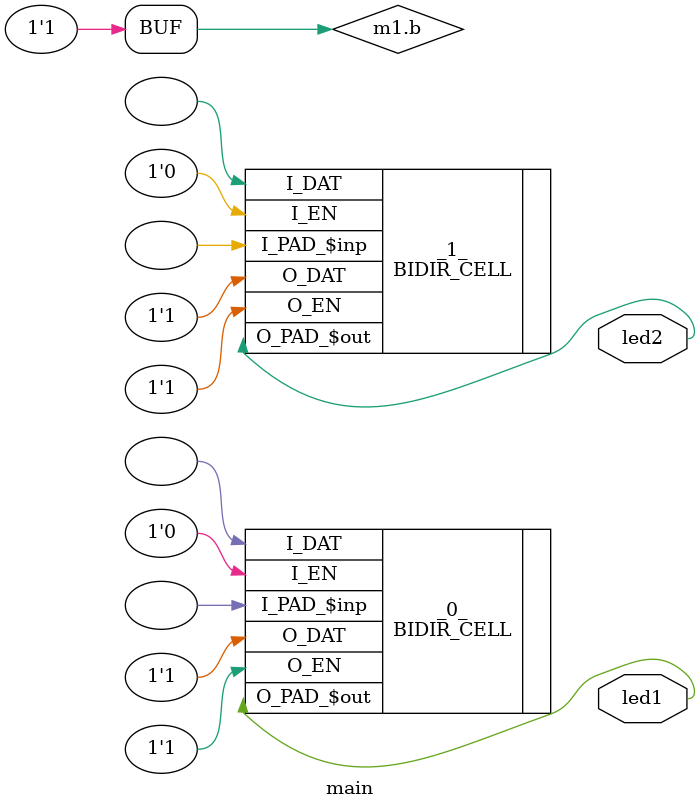
<source format=v>
/* Generated by Yosys 0.9+2406 (git sha1 ca763e6d5, gcc 12.2.0-14+deb12u1 -fPIC -Os) */

(* top =  1  *)
(* src = "/sdcard/vaman/fpga/setup/codes/blink/helloworldfpga.v:61.1-86.10" *)
module main(led1, led2);
  (* src = "/sdcard/vaman/fpga/setup/codes/blink/helloworldfpga.v:62.17-62.21" *)
  output led1;
  (* src = "/sdcard/vaman/fpga/setup/codes/blink/helloworldfpga.v:62.23-62.27" *)
  output led2;
  (* hdlname = "m1 b" *)
  (* src = "/sdcard/vaman/fpga/setup/codes/blink/helloworldfpga.v:70.13-75.6|/sdcard/vaman/fpga/setup/codes/blink/helloworldfpga.v:54.19-54.20" *)
  wire \m1.b ;
  (* module_not_derived = 32'd1 *)
  (* src = "/root/symbiflow/quicklogic-arch-defs/share/techmaps/quicklogic/pp3/techmap/cells_map.v:81.9-88.8" *)
  BIDIR_CELL #(
    .DS(1'h0),
    .ESEL(1'h1),
    .FIXHOLD(1'h0),
    .OSEL(1'h1),
    .WPD(1'h0)
  ) _0_ (
    .I_DAT(),
    .I_EN(1'h0),
    .\I_PAD_$inp (),
    .O_DAT(1'h1),
    .O_EN(1'h1),
    .\O_PAD_$out (led1)
  );
  (* module_not_derived = 32'd1 *)
  (* src = "/root/symbiflow/quicklogic-arch-defs/share/techmaps/quicklogic/pp3/techmap/cells_map.v:81.9-88.8" *)
  BIDIR_CELL #(
    .DS(1'h0),
    .ESEL(1'h1),
    .FIXHOLD(1'h0),
    .OSEL(1'h1),
    .WPD(1'h0)
  ) _1_ (
    .I_DAT(),
    .I_EN(1'h0),
    .\I_PAD_$inp (),
    .O_DAT(1'h1),
    .O_EN(1'h1),
    .\O_PAD_$out (led2)
  );
  assign \m1.b  = 1'h1;
endmodule

</source>
